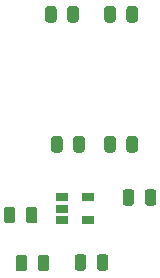
<source format=gbr>
%TF.GenerationSoftware,KiCad,Pcbnew,5.1.6-c6e7f7d~87~ubuntu18.04.1*%
%TF.CreationDate,2021-10-05T16:46:07+13:00*%
%TF.ProjectId,Temp-ctrl pot-ctrl add-on oct4,54656d70-2d63-4747-926c-20706f742d63,rev?*%
%TF.SameCoordinates,Original*%
%TF.FileFunction,Paste,Top*%
%TF.FilePolarity,Positive*%
%FSLAX46Y46*%
G04 Gerber Fmt 4.6, Leading zero omitted, Abs format (unit mm)*
G04 Created by KiCad (PCBNEW 5.1.6-c6e7f7d~87~ubuntu18.04.1) date 2021-10-05 16:46:07*
%MOMM*%
%LPD*%
G01*
G04 APERTURE LIST*
%ADD10R,1.060000X0.650000*%
G04 APERTURE END LIST*
%TO.C,R1*%
G36*
G01*
X177050000Y-64543750D02*
X177050000Y-65456250D01*
G75*
G02*
X176806250Y-65700000I-243750J0D01*
G01*
X176318750Y-65700000D01*
G75*
G02*
X176075000Y-65456250I0J243750D01*
G01*
X176075000Y-64543750D01*
G75*
G02*
X176318750Y-64300000I243750J0D01*
G01*
X176806250Y-64300000D01*
G75*
G02*
X177050000Y-64543750I0J-243750D01*
G01*
G37*
G36*
G01*
X178925000Y-64543750D02*
X178925000Y-65456250D01*
G75*
G02*
X178681250Y-65700000I-243750J0D01*
G01*
X178193750Y-65700000D01*
G75*
G02*
X177950000Y-65456250I0J243750D01*
G01*
X177950000Y-64543750D01*
G75*
G02*
X178193750Y-64300000I243750J0D01*
G01*
X178681250Y-64300000D01*
G75*
G02*
X178925000Y-64543750I0J-243750D01*
G01*
G37*
%TD*%
%TO.C,R2*%
G36*
G01*
X173925000Y-64543750D02*
X173925000Y-65456250D01*
G75*
G02*
X173681250Y-65700000I-243750J0D01*
G01*
X173193750Y-65700000D01*
G75*
G02*
X172950000Y-65456250I0J243750D01*
G01*
X172950000Y-64543750D01*
G75*
G02*
X173193750Y-64300000I243750J0D01*
G01*
X173681250Y-64300000D01*
G75*
G02*
X173925000Y-64543750I0J-243750D01*
G01*
G37*
G36*
G01*
X172050000Y-64543750D02*
X172050000Y-65456250D01*
G75*
G02*
X171806250Y-65700000I-243750J0D01*
G01*
X171318750Y-65700000D01*
G75*
G02*
X171075000Y-65456250I0J243750D01*
G01*
X171075000Y-64543750D01*
G75*
G02*
X171318750Y-64300000I243750J0D01*
G01*
X171806250Y-64300000D01*
G75*
G02*
X172050000Y-64543750I0J-243750D01*
G01*
G37*
%TD*%
%TO.C,R3*%
G36*
G01*
X173450000Y-76456250D02*
X173450000Y-75543750D01*
G75*
G02*
X173693750Y-75300000I243750J0D01*
G01*
X174181250Y-75300000D01*
G75*
G02*
X174425000Y-75543750I0J-243750D01*
G01*
X174425000Y-76456250D01*
G75*
G02*
X174181250Y-76700000I-243750J0D01*
G01*
X173693750Y-76700000D01*
G75*
G02*
X173450000Y-76456250I0J243750D01*
G01*
G37*
G36*
G01*
X171575000Y-76456250D02*
X171575000Y-75543750D01*
G75*
G02*
X171818750Y-75300000I243750J0D01*
G01*
X172306250Y-75300000D01*
G75*
G02*
X172550000Y-75543750I0J-243750D01*
G01*
X172550000Y-76456250D01*
G75*
G02*
X172306250Y-76700000I-243750J0D01*
G01*
X171818750Y-76700000D01*
G75*
G02*
X171575000Y-76456250I0J243750D01*
G01*
G37*
%TD*%
%TO.C,R4*%
G36*
G01*
X180487500Y-80043750D02*
X180487500Y-80956250D01*
G75*
G02*
X180243750Y-81200000I-243750J0D01*
G01*
X179756250Y-81200000D01*
G75*
G02*
X179512500Y-80956250I0J243750D01*
G01*
X179512500Y-80043750D01*
G75*
G02*
X179756250Y-79800000I243750J0D01*
G01*
X180243750Y-79800000D01*
G75*
G02*
X180487500Y-80043750I0J-243750D01*
G01*
G37*
G36*
G01*
X178612500Y-80043750D02*
X178612500Y-80956250D01*
G75*
G02*
X178368750Y-81200000I-243750J0D01*
G01*
X177881250Y-81200000D01*
G75*
G02*
X177637500Y-80956250I0J243750D01*
G01*
X177637500Y-80043750D01*
G75*
G02*
X177881250Y-79800000I243750J0D01*
G01*
X178368750Y-79800000D01*
G75*
G02*
X178612500Y-80043750I0J-243750D01*
G01*
G37*
%TD*%
%TO.C,R5*%
G36*
G01*
X176075000Y-76456250D02*
X176075000Y-75543750D01*
G75*
G02*
X176318750Y-75300000I243750J0D01*
G01*
X176806250Y-75300000D01*
G75*
G02*
X177050000Y-75543750I0J-243750D01*
G01*
X177050000Y-76456250D01*
G75*
G02*
X176806250Y-76700000I-243750J0D01*
G01*
X176318750Y-76700000D01*
G75*
G02*
X176075000Y-76456250I0J243750D01*
G01*
G37*
G36*
G01*
X177950000Y-76456250D02*
X177950000Y-75543750D01*
G75*
G02*
X178193750Y-75300000I243750J0D01*
G01*
X178681250Y-75300000D01*
G75*
G02*
X178925000Y-75543750I0J-243750D01*
G01*
X178925000Y-76456250D01*
G75*
G02*
X178681250Y-76700000I-243750J0D01*
G01*
X178193750Y-76700000D01*
G75*
G02*
X177950000Y-76456250I0J243750D01*
G01*
G37*
%TD*%
%TO.C,R6*%
G36*
G01*
X169550000Y-85606250D02*
X169550000Y-86518750D01*
G75*
G02*
X169306250Y-86762500I-243750J0D01*
G01*
X168818750Y-86762500D01*
G75*
G02*
X168575000Y-86518750I0J243750D01*
G01*
X168575000Y-85606250D01*
G75*
G02*
X168818750Y-85362500I243750J0D01*
G01*
X169306250Y-85362500D01*
G75*
G02*
X169550000Y-85606250I0J-243750D01*
G01*
G37*
G36*
G01*
X171425000Y-85606250D02*
X171425000Y-86518750D01*
G75*
G02*
X171181250Y-86762500I-243750J0D01*
G01*
X170693750Y-86762500D01*
G75*
G02*
X170450000Y-86518750I0J243750D01*
G01*
X170450000Y-85606250D01*
G75*
G02*
X170693750Y-85362500I243750J0D01*
G01*
X171181250Y-85362500D01*
G75*
G02*
X171425000Y-85606250I0J-243750D01*
G01*
G37*
%TD*%
%TO.C,R7*%
G36*
G01*
X169450000Y-82456250D02*
X169450000Y-81543750D01*
G75*
G02*
X169693750Y-81300000I243750J0D01*
G01*
X170181250Y-81300000D01*
G75*
G02*
X170425000Y-81543750I0J-243750D01*
G01*
X170425000Y-82456250D01*
G75*
G02*
X170181250Y-82700000I-243750J0D01*
G01*
X169693750Y-82700000D01*
G75*
G02*
X169450000Y-82456250I0J243750D01*
G01*
G37*
G36*
G01*
X167575000Y-82456250D02*
X167575000Y-81543750D01*
G75*
G02*
X167818750Y-81300000I243750J0D01*
G01*
X168306250Y-81300000D01*
G75*
G02*
X168550000Y-81543750I0J-243750D01*
G01*
X168550000Y-82456250D01*
G75*
G02*
X168306250Y-82700000I-243750J0D01*
G01*
X167818750Y-82700000D01*
G75*
G02*
X167575000Y-82456250I0J243750D01*
G01*
G37*
%TD*%
%TO.C,R8*%
G36*
G01*
X176425000Y-85543750D02*
X176425000Y-86456250D01*
G75*
G02*
X176181250Y-86700000I-243750J0D01*
G01*
X175693750Y-86700000D01*
G75*
G02*
X175450000Y-86456250I0J243750D01*
G01*
X175450000Y-85543750D01*
G75*
G02*
X175693750Y-85300000I243750J0D01*
G01*
X176181250Y-85300000D01*
G75*
G02*
X176425000Y-85543750I0J-243750D01*
G01*
G37*
G36*
G01*
X174550000Y-85543750D02*
X174550000Y-86456250D01*
G75*
G02*
X174306250Y-86700000I-243750J0D01*
G01*
X173818750Y-86700000D01*
G75*
G02*
X173575000Y-86456250I0J243750D01*
G01*
X173575000Y-85543750D01*
G75*
G02*
X173818750Y-85300000I243750J0D01*
G01*
X174306250Y-85300000D01*
G75*
G02*
X174550000Y-85543750I0J-243750D01*
G01*
G37*
%TD*%
D10*
%TO.C,U1*%
X172500000Y-80500000D03*
X172500000Y-81450000D03*
X172500000Y-82400000D03*
X174700000Y-82400000D03*
X174700000Y-80500000D03*
%TD*%
M02*

</source>
